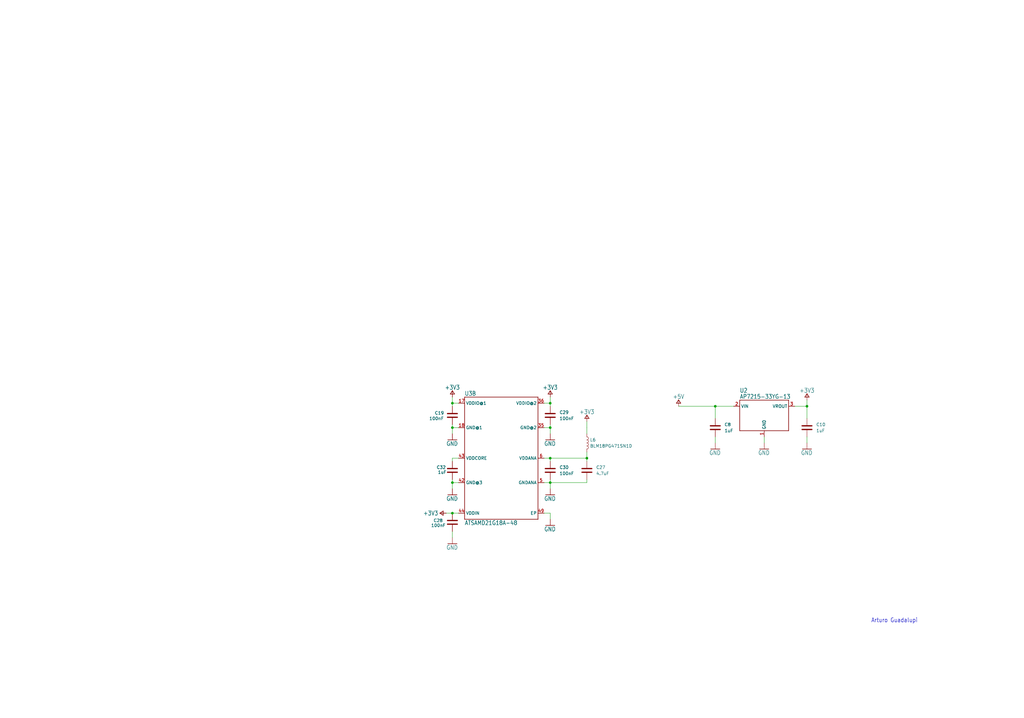
<source format=kicad_sch>
(kicad_sch (version 20231120) (generator "eeschema") (generator_version "8.0")
  (paper "User" 425.45 298.602)
  (lib_symbols
    (symbol "Device:C" (pin_numbers hide) (pin_names (offset 0.254))
      (property "Reference" "C" (at 0.635 2.54 0))
      (property "Value" "C" (at 0.635 -2.54 0))
      (symbol "C_0_1"
        (polyline (pts (xy -2.032 -0.762) (xy 2.032 -0.762)) (stroke (width 0.508)))
        (polyline (pts (xy -2.032 0.762) (xy 2.032 0.762)) (stroke (width 0.508)))
      )
      (symbol "C_1_1"
        (pin passive line (at 0 3.81 270) (length 2.794) (name "~") (number "1"))
        (pin passive line (at 0 -3.81 90) (length 2.794) (name "~") (number "2"))
      )
    )
    (symbol "Device:L" (pin_numbers hide) (pin_names (offset 1.016) hide)
      (property "Reference" "L" (at -1.27 0 90))
      (property "Value" "L" (at 1.905 0 90))
      (symbol "L_0_1"
        (arc (start 0 -2.54) (mid 0.6323 -1.905) (end 0 -1.27))
        (arc (start 0 -1.27) (mid 0.6323 -0.635) (end 0 0))
        (arc (start 0 0) (mid 0.6323 0.635) (end 0 1.27))
        (arc (start 0 1.27) (mid 0.6323 1.905) (end 0 2.54))
      )
      (symbol "L_1_1"
        (pin passive line (at 0 3.81 270) (length 1.27) (name "1") (number "1"))
        (pin passive line (at 0 -3.81 90) (length 1.27) (name "2") (number "2"))
      )
    )
    (symbol "MKRZero_V5.0-eagle-import:+3V3" (power)
      (symbol "+3V3_1_0"
        (polyline (pts (xy -0.889 -1.27) (xy 0.889 -1.27)) (stroke (width 0.254)))
        (polyline (pts (xy 0 0.127) (xy -0.889 -1.27)) (stroke (width 0.254)))
        (polyline (pts (xy 0.889 -1.27) (xy 0 0.127)) (stroke (width 0.254)))
        (pin power_in line (at 0 -2.54 90) (length 2.54) (name "+3V3") (number "1"))
      )
    )
    (symbol "MKRZero_V5.0-eagle-import:AP7215-33YG-13"
      (property "Reference" "U" (at -10.16 8.128 0))
      (symbol "AP7215-33YG-13_1_0"
        (polyline (pts (xy -10.16 -7.62) (xy -10.16 5.08)) (stroke (width 0.254)))
        (polyline (pts (xy -10.16 5.08) (xy 10.16 5.08)) (stroke (width 0.254)))
        (polyline (pts (xy 10.16 -7.62) (xy -10.16 -7.62)) (stroke (width 0.254)))
        (polyline (pts (xy 10.16 5.08) (xy 10.16 -7.62)) (stroke (width 0.254)))
        (pin power_in line (at 0 -10.16 90) (length 2.54) (name "GND") (number "1"))
        (pin power_in line (at -12.7 2.54 0) (length 2.54) (name "VIN") (number "2"))
        (pin power_in line (at 12.7 2.54 180) (length 2.54) (name "VROUT") (number "3"))
      )
    )
    (symbol "MKRZero_V5.0-eagle-import:ATSAMD21G18A-48"
      (property "Reference" "U" (at -15.24 25.908 0))
      (symbol "ATSAMD21G18A-48_1_0"
        (polyline (pts (xy -22.86 -88.9) (xy -22.86 88.9)) (stroke (width 0.254)))
        (polyline (pts (xy -22.86 88.9) (xy 22.86 88.9)) (stroke (width 0.254)))
        (polyline (pts (xy 22.86 -88.9) (xy -22.86 -88.9)) (stroke (width 0.254)))
        (polyline (pts (xy 22.86 50.8) (xy 22.86 -88.9)) (stroke (width 0.254)))
        (polyline (pts (xy 22.86 88.9) (xy 22.86 50.8)) (stroke (width 0.254)))
        (pin bidirectional line (at -25.4 12.7 0) (length 2.54) (name "PA00/XIN32") (number "1"))
        (pin bidirectional line (at 25.4 -35.56 180) (length 2.54) (name "PA05") (number "10"))
        (pin bidirectional line (at 25.4 -38.1 180) (length 2.54) (name "PA06") (number "11"))
        (pin bidirectional line (at 25.4 -40.64 180) (length 2.54) (name "PA07") (number "12"))
        (pin bidirectional line (at 25.4 -43.18 180) (length 2.54) (name "PA08") (number "13"))
        (pin bidirectional line (at 25.4 -45.72 180) (length 2.54) (name "PA09") (number "14"))
        (pin bidirectional line (at 25.4 -48.26 180) (length 2.54) (name "PA10") (number "15"))
        (pin bidirectional line (at 25.4 -50.8 180) (length 2.54) (name "PA11") (number "16"))
        (pin bidirectional line (at 25.4 -76.2 180) (length 2.54) (name "PB10") (number "19"))
        (pin bidirectional line (at -25.4 2.54 0) (length 2.54) (name "PA01/XOUT32") (number "2"))
        (pin bidirectional line (at 25.4 -78.74 180) (length 2.54) (name "PB11") (number "20"))
        (pin bidirectional line (at 25.4 83.82 180) (length 2.54) (name "PA12") (number "21"))
        (pin bidirectional line (at 25.4 81.28 180) (length 2.54) (name "PA13") (number "22"))
        (pin bidirectional line (at 25.4 86.36 180) (length 2.54) (name "PA14") (number "23"))
        (pin bidirectional line (at 25.4 78.74 180) (length 2.54) (name "PA15") (number "24"))
        (pin bidirectional line (at 25.4 -53.34 180) (length 2.54) (name "PA16") (number "25"))
        (pin bidirectional line (at 25.4 -55.88 180) (length 2.54) (name "PA17") (number "26"))
        (pin bidirectional line (at -25.4 68.58 0) (length 2.54) (name "PA18") (number "27"))
        (pin bidirectional line (at 25.4 -58.42 180) (length 2.54) (name "PA19") (number "28"))
        (pin bidirectional line (at 25.4 -60.96 180) (length 2.54) (name "PA20") (number "29"))
        (pin bidirectional line (at 25.4 -30.48 180) (length 2.54) (name "PA02") (number "3"))
        (pin bidirectional line (at 25.4 -63.5 180) (length 2.54) (name "PA21") (number "30"))
        (pin bidirectional line (at 25.4 -66.04 180) (length 2.54) (name "PA22") (number "31"))
        (pin bidirectional line (at 25.4 -68.58 180) (length 2.54) (name "PA23") (number "32"))
        (pin bidirectional line (at -25.4 73.66 0) (length 2.54) (name "PA24/USB_DM") (number "33"))
        (pin bidirectional line (at -25.4 71.12 0) (length 2.54) (name "PA25/USB_DP") (number "34"))
        (pin bidirectional line (at 25.4 -81.28 180) (length 2.54) (name "PB22") (number "37"))
        (pin bidirectional line (at 25.4 -83.82 180) (length 2.54) (name "PB23") (number "38"))
        (pin bidirectional line (at 25.4 63.5 180) (length 2.54) (name "PA27") (number "39"))
        (pin bidirectional line (at 25.4 -86.36 180) (length 2.54) (name "PA03") (number "4"))
        (pin bidirectional line (at -25.4 -63.5 0) (length 2.54) (name "RESETN") (number "40"))
        (pin bidirectional line (at 25.4 27.94 180) (length 2.54) (name "PA28") (number "41"))
        (pin bidirectional line (at -25.4 -55.88 0) (length 2.54) (name "PA30/SWCLK") (number "45"))
        (pin bidirectional line (at -25.4 -53.34 0) (length 2.54) (name "PA31/SWDIO") (number "46"))
        (pin bidirectional line (at 25.4 -71.12 180) (length 2.54) (name "PB02") (number "47"))
        (pin bidirectional line (at 25.4 -73.66 180) (length 2.54) (name "PB03") (number "48"))
        (pin bidirectional line (at 25.4 33.02 180) (length 2.54) (name "PB08") (number "7"))
        (pin bidirectional line (at 25.4 30.48 180) (length 2.54) (name "PB09") (number "8"))
        (pin bidirectional line (at 25.4 -33.02 180) (length 2.54) (name "PA04") (number "9"))
      )
      (symbol "ATSAMD21G18A-48_2_0"
        (polyline (pts (xy -15.24 -25.4) (xy -15.24 25.4)) (stroke (width 0.254)))
        (polyline (pts (xy -15.24 25.4) (xy 15.24 25.4)) (stroke (width 0.254)))
        (polyline (pts (xy 15.24 -25.4) (xy -15.24 -25.4)) (stroke (width 0.254)))
        (polyline (pts (xy 15.24 25.4) (xy 15.24 -25.4)) (stroke (width 0.254)))
        (pin power_in line (at -17.78 22.86 0) (length 2.54) (name "VDDIO@1") (number "17"))
        (pin power_in line (at -17.78 12.7 0) (length 2.54) (name "GND@1") (number "18"))
        (pin power_in line (at 17.78 12.7 180) (length 2.54) (name "GND@2") (number "35"))
        (pin power_in line (at 17.78 22.86 180) (length 2.54) (name "VDDIO@2") (number "36"))
        (pin power_in line (at -17.78 -10.16 0) (length 2.54) (name "GND@3") (number "42"))
        (pin power_in line (at -17.78 0 0) (length 2.54) (name "VDDCORE") (number "43"))
        (pin power_in line (at -17.78 -22.86 0) (length 2.54) (name "VDDIN") (number "44"))
        (pin passive line (at 17.78 -22.86 180) (length 2.54) (name "EP") (number "49"))
        (pin power_in line (at 17.78 -10.16 180) (length 2.54) (name "GNDANA") (number "5"))
        (pin power_in line (at 17.78 0 180) (length 2.54) (name "VDDANA") (number "6"))
      )
    )
    (symbol "MKRZero_V5.0-eagle-import:GND" (power)
      (symbol "GND_1_0"
        (polyline (pts (xy -1.905 0) (xy 1.905 0)) (stroke (width 0.254)))
        (pin power_in line (at 0 2.54 270) (length 2.54) (name "GND") (number "1"))
      )
    )
    (symbol "MKRZero_V5.0-eagle-import:supply1_GND" (power)
      (symbol "supply1_GND_1_0"
        (polyline (pts (xy -1.905 0) (xy 1.905 0)) (stroke (width 0.254)))
        (pin power_in line (at 0 2.54 270) (length 2.54) (name "GND") (number "1"))
      )
    )
  )
  (junction (at 335.28 168.91))
  (junction (at 228.6 190.5))
  (junction (at 228.6 200.66))
  (junction (at 297.18 168.91))
  (junction (at 187.96 177.8))
  (junction (at 187.96 200.66))
  (junction (at 228.6 177.8))
  (junction (at 187.96 167.64))
  (junction (at 187.96 213.36))
  (junction (at 243.84 190.5))
  (junction (at 228.6 167.64))
  (wire (pts (xy 190.5 190.5) (xy 187.96 190.5)) (stroke (width 0.1524)))
  (wire (pts (xy 228.6 200.66) (xy 243.84 200.66)) (stroke (width 0.1524)))
  (wire (pts (xy 281.94 168.91) (xy 297.18 168.91)) (stroke (width 0.1524)))
  (wire (pts (xy 243.84 187.96) (xy 243.84 190.5)) (stroke (width 0.1524)))
  (wire (pts (xy 228.6 176.53) (xy 228.6 177.8)))
  (wire (pts (xy 297.18 168.91) (xy 304.8 168.91)) (stroke (width 0.1524)))
  (wire (pts (xy 228.6 180.34) (xy 228.6 177.8)) (stroke (width 0.1524)))
  (wire (pts (xy 190.5 200.66) (xy 187.96 200.66)) (stroke (width 0.1524)))
  (wire (pts (xy 190.5 177.8) (xy 187.96 177.8)) (stroke (width 0.1524)))
  (wire (pts (xy 226.06 213.36) (xy 228.6 213.36)) (stroke (width 0.1524)))
  (wire (pts (xy 185.42 213.36) (xy 187.96 213.36)) (stroke (width 0.1524)))
  (wire (pts (xy 297.18 168.91) (xy 297.18 173.99)) (stroke (width 0.1524)))
  (wire (pts (xy 187.96 213.36) (xy 190.5 213.36)) (stroke (width 0.1524)))
  (wire (pts (xy 226.06 190.5) (xy 228.6 190.5)) (stroke (width 0.1524)))
  (wire (pts (xy 243.84 199.39) (xy 243.84 200.66)) (stroke (width 0.1524)))
  (wire (pts (xy 335.28 168.91) (xy 335.28 173.99)) (stroke (width 0.1524)))
  (wire (pts (xy 335.28 168.91) (xy 335.28 166.37)) (stroke (width 0.1524)))
  (wire (pts (xy 228.6 190.5) (xy 243.84 190.5)) (stroke (width 0.1524)))
  (wire (pts (xy 335.28 181.61) (xy 335.28 184.15)))
  (wire (pts (xy 317.5 184.15) (xy 317.5 181.61)) (stroke (width 0.1524)))
  (wire (pts (xy 187.96 176.53) (xy 187.96 177.8)))
  (wire (pts (xy 228.6 190.5) (xy 228.6 191.77)))
  (wire (pts (xy 187.96 190.5) (xy 187.96 191.77)) (stroke (width 0.1524)))
  (wire (pts (xy 228.6 167.64) (xy 228.6 165.1)) (stroke (width 0.1524)))
  (wire (pts (xy 243.84 175.26) (xy 243.84 177.8)) (stroke (width 0.1524)))
  (wire (pts (xy 187.96 167.64) (xy 190.5 167.64)) (stroke (width 0.1524)))
  (wire (pts (xy 187.96 199.39) (xy 187.96 200.66)))
  (wire (pts (xy 187.96 223.52) (xy 187.96 220.98)) (stroke (width 0.1524)))
  (wire (pts (xy 330.2 168.91) (xy 335.28 168.91)) (stroke (width 0.1524)))
  (wire (pts (xy 226.06 167.64) (xy 228.6 167.64)) (stroke (width 0.1524)))
  (wire (pts (xy 228.6 213.36) (xy 228.6 215.9)) (stroke (width 0.1524)))
  (wire (pts (xy 243.84 177.8) (xy 243.84 180.34)))
  (wire (pts (xy 228.6 167.64) (xy 228.6 168.91)))
  (wire (pts (xy 226.06 177.8) (xy 228.6 177.8)) (stroke (width 0.1524)))
  (wire (pts (xy 187.96 165.1) (xy 187.96 167.64)) (stroke (width 0.1524)))
  (wire (pts (xy 187.96 203.2) (xy 187.96 200.66)) (stroke (width 0.1524)))
  (wire (pts (xy 228.6 199.39) (xy 228.6 200.66)))
  (wire (pts (xy 187.96 167.64) (xy 187.96 168.91)))
  (wire (pts (xy 228.6 200.66) (xy 228.6 203.2)) (stroke (width 0.1524)))
  (wire (pts (xy 243.84 190.5) (xy 243.84 191.77)))
  (wire (pts (xy 226.06 200.66) (xy 228.6 200.66)) (stroke (width 0.1524)))
  (wire (pts (xy 187.96 180.34) (xy 187.96 177.8)) (stroke (width 0.1524)))
  (wire (pts (xy 297.18 181.61) (xy 297.18 184.15)))
  (text "Arturo Guadalupi" (at 361.95 259.08 0) (effects (font (size 1.778 1.5113)) (justify left bottom)))
  (symbol (lib_id "MKRZero_V5.0-eagle-import:GND") (at 187.96 182.88 0) (unit 1)
    (property "Reference" "#GND01" (effects (hide yes)))
    (property "Value" "GND" (at 185.42 185.42 0) (effects (font (size 1.778 1.5113)) (justify left bottom)))
  )
  (symbol (lib_id "Device:C") (at 335.28 177.8 180) (unit 1)
    (property "Reference" "C10" (at 339.09 176.5299 0) (effects (justify right)))
    (property "Value" "1uF" (at 339.09 179.0699 0) (effects (justify right)))
    (property "Footprint" "Capacitor_SMD:C_0402_1005Metric" (effects (hide yes)))
    (property "Description" "Unpolarized capacitor" (effects (hide yes)))
  )
  (symbol (lib_id "MKRZero_V5.0-eagle-import:+3V3") (at 335.28 163.83 0) (unit 1)
    (property "Reference" "#+3V012" (effects (hide yes)))
    (property "Value" "+3V3" (at 335.28 163.322 0) (effects (font (size 1.778 1.5113)) (justify bottom)))
  )
  (symbol (lib_id "MKRZero_V5.0-eagle-import:GND") (at 228.6 218.44 0) (unit 1)
    (property "Reference" "#GND05" (effects (hide yes)))
    (property "Value" "GND" (at 226.06 220.98 0) (effects (font (size 1.778 1.5113)) (justify left bottom)))
  )
  (symbol (lib_id "MKRZero_V5.0-eagle-import:ATSAMD21G18A-48") (at 208.28 190.5 0) (unit 2)
    (property "Reference" "U3" (at 193.04 164.592 0) (effects (font (size 1.778 1.5113)) (justify left bottom)))
    (property "Value" "ATSAMD21G18A-48" (at 193.04 216.408 0) (effects (font (size 1.778 1.5113)) (justify left top)))
    (property "Footprint" "Package_DFN_QFN:QFN-48-1EP_7x7mm_P0.5mm_EP5.15x5.15mm" (effects (hide yes)))
  )
  (symbol (lib_id "Device:C") (at 187.96 217.17 0) (unit 1)
    (property "Reference" "C28" (at 180.086 216.408 0) (effects (justify left)))
    (property "Value" "100nF" (at 179.07 218.44 0) (effects (justify left)))
    (property "Footprint" "Capacitor_SMD:C_0402_1005Metric" (effects (hide yes)))
    (property "Description" "Unpolarized capacitor" (effects (hide yes)))
  )
  (symbol (lib_id "Device:C") (at 228.6 172.72 180) (unit 1)
    (property "Reference" "C29" (at 232.41 171.4499 0) (effects (justify right)))
    (property "Value" "100nF" (at 232.41 173.9899 0) (effects (justify right)))
    (property "Footprint" "Capacitor_SMD:C_0402_1005Metric" (effects (hide yes)))
    (property "Description" "Unpolarized capacitor" (effects (hide yes)))
  )
  (symbol (lib_id "Device:C") (at 297.18 177.8 180) (unit 1)
    (property "Reference" "C8" (at 300.99 176.5299 0) (effects (justify right)))
    (property "Value" "1uF" (at 300.99 179.0699 0) (effects (justify right)))
    (property "Footprint" "Capacitor_SMD:C_0402_1005Metric" (effects (hide yes)))
    (property "Description" "Unpolarized capacitor" (effects (hide yes)))
  )
  (symbol (lib_id "MKRZero_V5.0-eagle-import:supply1_GND") (at 297.18 186.69 0) (unit 1)
    (property "Reference" "#GND037" (effects (hide yes)))
    (property "Value" "GND" (at 294.64 189.23 0) (effects (font (size 1.778 1.5113)) (justify left bottom)))
  )
  (symbol (lib_id "MKRZero_V5.0-eagle-import:GND") (at 187.96 226.06 0) (unit 1)
    (property "Reference" "#GND03" (effects (hide yes)))
    (property "Value" "GND" (at 185.42 228.6 0) (effects (font (size 1.778 1.5113)) (justify left bottom)))
  )
  (symbol (lib_id "Device:C") (at 243.84 195.58 0) (unit 1)
    (property "Reference" "C27" (at 247.65 194.3099 0) (effects (justify left)))
    (property "Value" "4.7uF" (at 247.65 196.8499 0) (effects (justify left)))
    (property "Footprint" "Capacitor_SMD:C_0402_1005Metric" (effects (hide yes)))
    (property "Description" "Unpolarized capacitor" (effects (hide yes)))
  )
  (symbol (lib_id "Device:C") (at 187.96 195.58 0) (unit 1)
    (property "Reference" "C32" (at 181.356 194.31 0) (effects (justify left)))
    (property "Value" "1uF" (at 181.864 196.342 0) (effects (justify left)))
    (property "Footprint" "Capacitor_SMD:C_0402_1005Metric" (effects (hide yes)))
    (property "Description" "Unpolarized capacitor" (effects (hide yes)))
  )
  (symbol (lib_id "MKRZero_V5.0-eagle-import:supply1_GND") (at 317.5 186.69 0) (unit 1)
    (property "Reference" "#GND038" (effects (hide yes)))
    (property "Value" "GND" (at 314.96 189.23 0) (effects (font (size 1.778 1.5113)) (justify left bottom)))
  )
  (symbol (lib_id "MKRZero_V5.0-eagle-import:GND") (at 228.6 182.88 0) (unit 1)
    (property "Reference" "#GND06" (effects (hide yes)))
    (property "Value" "GND" (at 226.06 185.42 0) (effects (font (size 1.778 1.5113)) (justify left bottom)))
  )
  (symbol (lib_id "Device:L") (at 243.84 184.15 0) (unit 1)
    (property "Reference" "L6" (at 245.11 182.8799 0) (effects (justify left)))
    (property "Value" "BLM18PG471SN1D" (at 245.11 185.4199 0) (effects (justify left)))
    (property "Footprint" "Inductor_SMD:L_0603_1608Metric" (effects (hide yes)))
    (property "Description" "Inductor" (effects (hide yes)))
  )
  (symbol (lib_id "MKRZero_V5.0-eagle-import:GND") (at 228.6 205.74 0) (unit 1)
    (property "Reference" "#GND040" (effects (hide yes)))
    (property "Value" "GND" (at 226.06 208.28 0) (effects (font (size 1.778 1.5113)) (justify left bottom)))
  )
  (symbol (lib_id "Device:C") (at 228.6 195.58 0) (unit 1)
    (property "Reference" "C30" (at 232.41 194.3099 0) (effects (justify left)))
    (property "Value" "100nF" (at 232.41 196.8499 0) (effects (justify left)))
    (property "Footprint" "Capacitor_SMD:C_0402_1005Metric" (effects (hide yes)))
    (property "Description" "Unpolarized capacitor" (effects (hide yes)))
  )
  (symbol (lib_id "MKRZero_V5.0-eagle-import:+3V3") (at 187.96 162.56 0) (unit 1)
    (property "Reference" "#+3V03" (effects (hide yes)))
    (property "Value" "+3V3" (at 187.96 162.052 0) (effects (font (size 1.778 1.5113)) (justify bottom)))
  )
  (symbol (lib_id "MKRZero_V5.0-eagle-import:+3V3") (at 243.84 172.72 0) (unit 1)
    (property "Reference" "#+3V07" (effects (hide yes)))
    (property "Value" "+3V3" (at 243.84 172.212 0) (effects (font (size 1.778 1.5113)) (justify bottom)))
  )
  (symbol (lib_id "MKRZero_V5.0-eagle-import:supply1_GND") (at 335.28 186.69 0) (unit 1)
    (property "Reference" "#GND039" (effects (hide yes)))
    (property "Value" "GND" (at 332.74 189.23 0) (effects (font (size 1.778 1.5113)) (justify left bottom)))
  )
  (symbol (lib_id "MKRZero_V5.0-eagle-import:+3V3") (at 281.94 166.37 0) (unit 1)
    (property "Reference" "#+3V04" (effects (hide yes)))
    (property "Value" "+5V" (at 281.94 165.862 0) (effects (font (size 1.778 1.5113)) (justify bottom)))
  )
  (symbol (lib_id "MKRZero_V5.0-eagle-import:+3V3") (at 182.88 213.36 90) (unit 1)
    (property "Reference" "#+3V05" (effects (hide yes)))
    (property "Value" "+3V3" (at 182.118 213.36 90) (effects (font (size 1.778 1.5113)) (justify left)))
  )
  (symbol (lib_id "MKRZero_V5.0-eagle-import:+3V3") (at 228.6 162.56 0) (unit 1)
    (property "Reference" "#+3V06" (effects (hide yes)))
    (property "Value" "+3V3" (at 228.6 162.052 0) (effects (font (size 1.778 1.5113)) (justify bottom)))
  )
  (symbol (lib_id "Device:C") (at 187.96 172.72 0) (unit 1)
    (property "Reference" "C19" (at 180.594 171.704 0) (effects (justify left)))
    (property "Value" "100nF" (at 178.308 173.99 0) (effects (justify left)))
    (property "Footprint" "Capacitor_SMD:C_0402_1005Metric" (effects (hide yes)))
    (property "Description" "Unpolarized capacitor" (effects (hide yes)))
  )
  (symbol (lib_id "MKRZero_V5.0-eagle-import:AP7215-33YG-13") (at 317.5 171.45 0) (unit 1)
    (property "Reference" "U2" (at 307.34 163.322 0) (effects (font (size 1.778 1.5113)) (justify left bottom)))
    (property "Value" "AP7215-33YG-13" (at 307.34 165.862 0) (effects (font (size 1.778 1.5113)) (justify left bottom)))
    (property "Footprint" "Package_TO_SOT_SMD:SOT-89-3" (effects (hide yes)))
  )
  (symbol (lib_id "MKRZero_V5.0-eagle-import:GND") (at 187.96 205.74 0) (unit 1)
    (property "Reference" "#GND02" (effects (hide yes)))
    (property "Value" "GND" (at 185.42 208.28 0) (effects (font (size 1.778 1.5113)) (justify left bottom)))
  )
)
</source>
